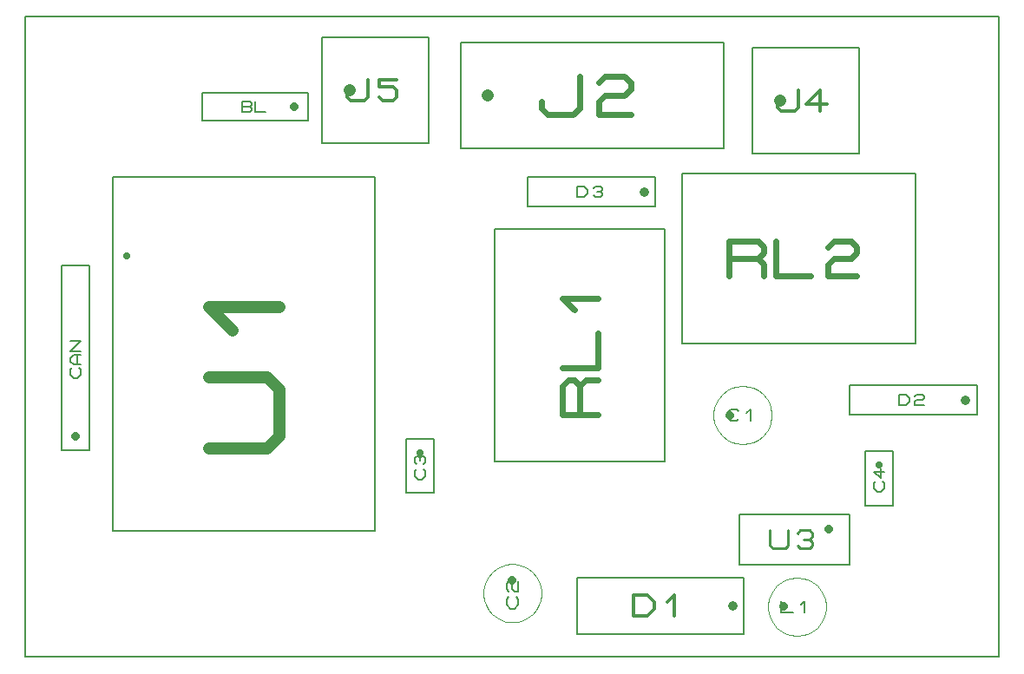
<source format=gbr>
G04 PROTEUS GERBER X2 FILE*
%TF.GenerationSoftware,Labcenter,Proteus,8.9-SP2-Build28501*%
%TF.CreationDate,2023-07-27T06:52:36+00:00*%
%TF.FileFunction,AssemblyDrawing,Top*%
%TF.FilePolarity,Positive*%
%TF.Part,Single*%
%TF.SameCoordinates,{a6dc1c72-05ea-40b1-9d21-e55aeb3cbc9d}*%
%FSLAX45Y45*%
%MOMM*%
G01*
%TA.AperFunction,Profile*%
%ADD20C,0.203200*%
%TA.AperFunction,Material*%
%ADD23C,0.203200*%
%ADD35C,0.711200*%
%ADD36C,1.149770*%
%ADD37C,0.567580*%
%ADD38C,1.219200*%
%ADD39C,0.621790*%
%ADD40C,0.050800*%
%ADD41C,0.812800*%
%ADD42C,0.191010*%
%ADD43C,0.808000*%
%ADD44C,0.294000*%
%ADD45C,0.164590*%
%ADD46C,0.914400*%
%ADD47C,0.332230*%
%ADD48C,0.172210*%
%ADD49C,0.345440*%
%TD.AperFunction*%
D20*
X+0Y-6250000D02*
X+9500000Y-6250000D01*
X+9500000Y+0D01*
X+0Y+0D01*
X+0Y-6250000D01*
D23*
X+852840Y-5017160D02*
X+3413160Y-5017160D01*
X+3413160Y-1567840D01*
X+852840Y-1567840D01*
X+852840Y-5017160D01*
D35*
X+990000Y-2340000D02*
X+990000Y-2340000D01*
D36*
X+1788068Y-4212318D02*
X+2362955Y-4212318D01*
X+2477932Y-4097341D01*
X+2477932Y-3637432D01*
X+2362955Y-3522455D01*
X+1788068Y-3522455D01*
X+2018023Y-3062546D02*
X+1788068Y-2832591D01*
X+2477932Y-2832591D01*
D23*
X+6409840Y-3191160D02*
X+8680160Y-3191160D01*
X+8680160Y-1530840D01*
X+6409840Y-1530840D01*
X+6409840Y-3191160D01*
D37*
X+6863904Y-2531274D02*
X+6863904Y-2190726D01*
X+7147694Y-2190726D01*
X+7204452Y-2247484D01*
X+7204452Y-2304242D01*
X+7147694Y-2361000D01*
X+6863904Y-2361000D01*
X+7147694Y-2361000D02*
X+7204452Y-2417758D01*
X+7204452Y-2531274D01*
X+7317968Y-2190726D02*
X+7317968Y-2531274D01*
X+7658516Y-2531274D01*
X+7828790Y-2247484D02*
X+7885548Y-2190726D01*
X+8055822Y-2190726D01*
X+8112580Y-2247484D01*
X+8112580Y-2304242D01*
X+8055822Y-2361000D01*
X+7885548Y-2361000D01*
X+7828790Y-2417758D01*
X+7828790Y-2531274D01*
X+8112580Y-2531274D01*
D23*
X+4249840Y-1288160D02*
X+6810160Y-1288160D01*
X+6810160Y-251840D01*
X+4249840Y-251840D01*
X+4249840Y-1288160D01*
D38*
X+4514000Y-770000D02*
X+4514000Y-770000D01*
D39*
X+5032567Y-832180D02*
X+5032567Y-894359D01*
X+5094746Y-956538D01*
X+5343462Y-956538D01*
X+5405641Y-894359D01*
X+5405641Y-583463D01*
X+5592179Y-645642D02*
X+5654358Y-583463D01*
X+5840895Y-583463D01*
X+5903074Y-645642D01*
X+5903074Y-707821D01*
X+5840895Y-770000D01*
X+5654358Y-770000D01*
X+5592179Y-832180D01*
X+5592179Y-956538D01*
X+5903074Y-956538D01*
D40*
X+7811900Y-5760000D02*
X+7810982Y-5737186D01*
X+7803529Y-5691557D01*
X+7787982Y-5645928D01*
X+7762740Y-5600299D01*
X+7724198Y-5554769D01*
X+7678569Y-5519273D01*
X+7632940Y-5496153D01*
X+7587311Y-5482300D01*
X+7541682Y-5476354D01*
X+7527920Y-5476020D01*
X+7243940Y-5760000D02*
X+7244858Y-5737186D01*
X+7252311Y-5691557D01*
X+7267858Y-5645928D01*
X+7293100Y-5600299D01*
X+7331642Y-5554769D01*
X+7377271Y-5519273D01*
X+7422900Y-5496153D01*
X+7468529Y-5482300D01*
X+7514158Y-5476354D01*
X+7527920Y-5476020D01*
X+7243940Y-5760000D02*
X+7244858Y-5782814D01*
X+7252311Y-5828443D01*
X+7267858Y-5874072D01*
X+7293100Y-5919701D01*
X+7331642Y-5965231D01*
X+7377271Y-6000727D01*
X+7422900Y-6023847D01*
X+7468529Y-6037700D01*
X+7514158Y-6043646D01*
X+7527920Y-6043980D01*
X+7811900Y-5760000D02*
X+7810982Y-5782814D01*
X+7803529Y-5828443D01*
X+7787982Y-5874072D01*
X+7762740Y-5919701D01*
X+7724198Y-5965231D01*
X+7678569Y-6000727D01*
X+7632940Y-6023847D01*
X+7587311Y-6037700D01*
X+7541682Y-6043646D01*
X+7527920Y-6043980D01*
D41*
X+7400000Y-5760000D02*
X+7400000Y-5760000D01*
D42*
X+7375110Y-5702696D02*
X+7375110Y-5817304D01*
X+7489717Y-5817304D01*
X+7566122Y-5740899D02*
X+7604325Y-5702696D01*
X+7604325Y-5817304D01*
D23*
X+6963000Y-5348000D02*
X+8037000Y-5348000D01*
X+8037000Y-4858000D01*
X+6963000Y-4858000D01*
X+6963000Y-5348000D01*
D43*
X+7840000Y-5000000D02*
X+7840000Y-5000000D01*
D44*
X+7264800Y-5014800D02*
X+7264800Y-5161800D01*
X+7294200Y-5191200D01*
X+7411800Y-5191200D01*
X+7441200Y-5161800D01*
X+7441200Y-5014800D01*
X+7529400Y-5044200D02*
X+7558800Y-5014800D01*
X+7647000Y-5014800D01*
X+7676400Y-5044200D01*
X+7676400Y-5073600D01*
X+7647000Y-5103000D01*
X+7676400Y-5132400D01*
X+7676400Y-5161800D01*
X+7647000Y-5191200D01*
X+7558800Y-5191200D01*
X+7529400Y-5161800D01*
X+7588200Y-5103000D02*
X+7647000Y-5103000D01*
D40*
X+7281900Y-3890000D02*
X+7280982Y-3867186D01*
X+7273529Y-3821557D01*
X+7257982Y-3775928D01*
X+7232740Y-3730299D01*
X+7194198Y-3684769D01*
X+7148569Y-3649273D01*
X+7102940Y-3626153D01*
X+7057311Y-3612300D01*
X+7011682Y-3606354D01*
X+6997920Y-3606020D01*
X+6713940Y-3890000D02*
X+6714858Y-3867186D01*
X+6722311Y-3821557D01*
X+6737858Y-3775928D01*
X+6763100Y-3730299D01*
X+6801642Y-3684769D01*
X+6847271Y-3649273D01*
X+6892900Y-3626153D01*
X+6938529Y-3612300D01*
X+6984158Y-3606354D01*
X+6997920Y-3606020D01*
X+6713940Y-3890000D02*
X+6714858Y-3912814D01*
X+6722311Y-3958443D01*
X+6737858Y-4004072D01*
X+6763100Y-4049701D01*
X+6801642Y-4095231D01*
X+6847271Y-4130727D01*
X+6892900Y-4153847D01*
X+6938529Y-4167700D01*
X+6984158Y-4173646D01*
X+6997920Y-4173980D01*
X+7281900Y-3890000D02*
X+7280982Y-3912814D01*
X+7273529Y-3958443D01*
X+7257982Y-4004072D01*
X+7232740Y-4049701D01*
X+7194198Y-4095231D01*
X+7148569Y-4130727D01*
X+7102940Y-4153847D01*
X+7057311Y-4167700D01*
X+7011682Y-4173646D01*
X+6997920Y-4173980D01*
D41*
X+6870000Y-3890000D02*
X+6870000Y-3890000D01*
D42*
X+6959717Y-3928203D02*
X+6940616Y-3947304D01*
X+6883312Y-3947304D01*
X+6845110Y-3909101D01*
X+6845110Y-3870899D01*
X+6883312Y-3832696D01*
X+6940616Y-3832696D01*
X+6959717Y-3851797D01*
X+7036122Y-3870899D02*
X+7074325Y-3832696D01*
X+7074325Y-3947304D01*
D40*
X+5033980Y-5627920D02*
X+5033062Y-5605106D01*
X+5025609Y-5559477D01*
X+5010062Y-5513848D01*
X+4984820Y-5468219D01*
X+4946278Y-5422689D01*
X+4900649Y-5387193D01*
X+4855020Y-5364073D01*
X+4809391Y-5350220D01*
X+4763762Y-5344274D01*
X+4750000Y-5343940D01*
X+4466020Y-5627920D02*
X+4466938Y-5605106D01*
X+4474391Y-5559477D01*
X+4489938Y-5513848D01*
X+4515180Y-5468219D01*
X+4553722Y-5422689D01*
X+4599351Y-5387193D01*
X+4644980Y-5364073D01*
X+4690609Y-5350220D01*
X+4736238Y-5344274D01*
X+4750000Y-5343940D01*
X+4466020Y-5627920D02*
X+4466938Y-5650734D01*
X+4474391Y-5696363D01*
X+4489938Y-5741992D01*
X+4515180Y-5787621D01*
X+4553722Y-5833151D01*
X+4599351Y-5868647D01*
X+4644980Y-5891767D01*
X+4690609Y-5905620D01*
X+4736238Y-5911566D01*
X+4750000Y-5911900D01*
X+5033980Y-5627920D02*
X+5033062Y-5650734D01*
X+5025609Y-5696363D01*
X+5010062Y-5741992D01*
X+4984820Y-5787621D01*
X+4946278Y-5833151D01*
X+4900649Y-5868647D01*
X+4855020Y-5891767D01*
X+4809391Y-5905620D01*
X+4763762Y-5911566D01*
X+4750000Y-5911900D01*
D41*
X+4750000Y-5500000D02*
X+4750000Y-5500000D01*
D42*
X+4788203Y-5666123D02*
X+4807304Y-5685224D01*
X+4807304Y-5742528D01*
X+4769101Y-5780730D01*
X+4730899Y-5780730D01*
X+4692696Y-5742528D01*
X+4692696Y-5685224D01*
X+4711797Y-5666123D01*
X+4711797Y-5608819D02*
X+4692696Y-5589718D01*
X+4692696Y-5532414D01*
X+4711797Y-5513313D01*
X+4730899Y-5513313D01*
X+4750000Y-5532414D01*
X+4750000Y-5589718D01*
X+4769101Y-5608819D01*
X+4807304Y-5608819D01*
X+4807304Y-5513313D01*
D23*
X+3712142Y-4651160D02*
X+3986462Y-4651160D01*
X+3986462Y-4122840D01*
X+3712142Y-4122840D01*
X+3712142Y-4651160D01*
D35*
X+3849302Y-4260000D02*
X+3849302Y-4260000D01*
D45*
X+3882221Y-4419919D02*
X+3898680Y-4436378D01*
X+3898680Y-4485755D01*
X+3865762Y-4518673D01*
X+3832843Y-4518673D01*
X+3799925Y-4485755D01*
X+3799925Y-4436378D01*
X+3816384Y-4419919D01*
X+3816384Y-4370541D02*
X+3799925Y-4354082D01*
X+3799925Y-4304705D01*
X+3816384Y-4288246D01*
X+3832843Y-4288246D01*
X+3849302Y-4304705D01*
X+3865762Y-4288246D01*
X+3882221Y-4288246D01*
X+3898680Y-4304705D01*
X+3898680Y-4354082D01*
X+3882221Y-4370541D01*
X+3849302Y-4337623D02*
X+3849302Y-4304705D01*
D23*
X+5385700Y-6026860D02*
X+7011300Y-6026860D01*
X+7011300Y-5473140D01*
X+5385700Y-5473140D01*
X+5385700Y-6026860D01*
D46*
X+6897000Y-5750000D02*
X+6897000Y-5750000D01*
D47*
X+5932715Y-5849670D02*
X+5932715Y-5650331D01*
X+6065607Y-5650331D01*
X+6132053Y-5716777D01*
X+6132053Y-5783224D01*
X+6065607Y-5849670D01*
X+5932715Y-5849670D01*
X+6264946Y-5716777D02*
X+6331392Y-5650331D01*
X+6331392Y-5849670D01*
D23*
X+8039700Y-3884780D02*
X+9284300Y-3884780D01*
X+9284300Y-3597760D01*
X+8039700Y-3597760D01*
X+8039700Y-3884780D01*
D46*
X+9170000Y-3740000D02*
X+9170000Y-3740000D01*
D48*
X+8524231Y-3792934D02*
X+8524231Y-3689607D01*
X+8593115Y-3689607D01*
X+8627557Y-3724049D01*
X+8627557Y-3758492D01*
X+8593115Y-3792934D01*
X+8524231Y-3792934D01*
X+8679221Y-3706828D02*
X+8696442Y-3689607D01*
X+8748105Y-3689607D01*
X+8765326Y-3706828D01*
X+8765326Y-3724049D01*
X+8748105Y-3741270D01*
X+8696442Y-3741270D01*
X+8679221Y-3758492D01*
X+8679221Y-3792934D01*
X+8765326Y-3792934D01*
D23*
X+8192840Y-4771160D02*
X+8467160Y-4771160D01*
X+8467160Y-4242840D01*
X+8192840Y-4242840D01*
X+8192840Y-4771160D01*
D35*
X+8330000Y-4380000D02*
X+8330000Y-4380000D01*
D45*
X+8362919Y-4539919D02*
X+8379378Y-4556378D01*
X+8379378Y-4605755D01*
X+8346460Y-4638673D01*
X+8313541Y-4638673D01*
X+8280623Y-4605755D01*
X+8280623Y-4556378D01*
X+8297082Y-4539919D01*
X+8346460Y-4408246D02*
X+8346460Y-4507000D01*
X+8280623Y-4441164D01*
X+8379378Y-4441164D01*
D23*
X+4580840Y-4340160D02*
X+6241160Y-4340160D01*
X+6241160Y-2069840D01*
X+4580840Y-2069840D01*
X+4580840Y-4340160D01*
D37*
X+5581274Y-3886096D02*
X+5240726Y-3886096D01*
X+5240726Y-3602306D01*
X+5297484Y-3545548D01*
X+5354242Y-3545548D01*
X+5411000Y-3602306D01*
X+5411000Y-3886096D01*
X+5411000Y-3602306D02*
X+5467758Y-3545548D01*
X+5581274Y-3545548D01*
X+5240726Y-3432032D02*
X+5581274Y-3432032D01*
X+5581274Y-3091484D01*
X+5354242Y-2864452D02*
X+5240726Y-2750936D01*
X+5581274Y-2750936D01*
D23*
X+4899700Y-1854780D02*
X+6144300Y-1854780D01*
X+6144300Y-1567760D01*
X+4899700Y-1567760D01*
X+4899700Y-1854780D01*
D46*
X+6030000Y-1710000D02*
X+6030000Y-1710000D01*
D48*
X+5384231Y-1762934D02*
X+5384231Y-1659607D01*
X+5453115Y-1659607D01*
X+5487557Y-1694049D01*
X+5487557Y-1728492D01*
X+5453115Y-1762934D01*
X+5384231Y-1762934D01*
X+5539221Y-1676828D02*
X+5556442Y-1659607D01*
X+5608105Y-1659607D01*
X+5625326Y-1676828D01*
X+5625326Y-1694049D01*
X+5608105Y-1711270D01*
X+5625326Y-1728492D01*
X+5625326Y-1745713D01*
X+5608105Y-1762934D01*
X+5556442Y-1762934D01*
X+5539221Y-1745713D01*
X+5573663Y-1711270D02*
X+5608105Y-1711270D01*
D23*
X+1724840Y-1017160D02*
X+2761160Y-1017160D01*
X+2761160Y-742840D01*
X+1724840Y-742840D01*
X+1724840Y-1017160D01*
D41*
X+2624000Y-880000D02*
X+2624000Y-880000D01*
D45*
X+2111327Y-929378D02*
X+2111327Y-830623D01*
X+2193622Y-830623D01*
X+2210081Y-847082D01*
X+2210081Y-863541D01*
X+2193622Y-880000D01*
X+2210081Y-896460D01*
X+2210081Y-912919D01*
X+2193622Y-929378D01*
X+2111327Y-929378D01*
X+2111327Y-880000D02*
X+2193622Y-880000D01*
X+2243000Y-830623D02*
X+2243000Y-929378D01*
X+2341754Y-929378D01*
D23*
X+352840Y-4231160D02*
X+627160Y-4231160D01*
X+627160Y-2432840D01*
X+352840Y-2432840D01*
X+352840Y-4231160D01*
D41*
X+490000Y-4094000D02*
X+490000Y-4094000D01*
D45*
X+522919Y-3430755D02*
X+539378Y-3447214D01*
X+539378Y-3496591D01*
X+506460Y-3529509D01*
X+473541Y-3529509D01*
X+440623Y-3496591D01*
X+440623Y-3447214D01*
X+457082Y-3430755D01*
X+539378Y-3397836D02*
X+473541Y-3397836D01*
X+440623Y-3364918D01*
X+440623Y-3332000D01*
X+473541Y-3299082D01*
X+539378Y-3299082D01*
X+506460Y-3397836D02*
X+506460Y-3299082D01*
X+539378Y-3266163D02*
X+440623Y-3266163D01*
X+539378Y-3167409D01*
X+440623Y-3167409D01*
D23*
X+7095840Y-1338160D02*
X+8132160Y-1338160D01*
X+8132160Y-301840D01*
X+7095840Y-301840D01*
X+7095840Y-1338160D01*
D38*
X+7360000Y-820000D02*
X+7360000Y-820000D01*
D49*
X+7337648Y-854544D02*
X+7337648Y-889088D01*
X+7372192Y-923632D01*
X+7510368Y-923632D01*
X+7544912Y-889088D01*
X+7544912Y-716368D01*
X+7821264Y-854544D02*
X+7614000Y-854544D01*
X+7752176Y-716368D01*
X+7752176Y-923632D01*
D23*
X+2895840Y-1238160D02*
X+3932160Y-1238160D01*
X+3932160Y-201840D01*
X+2895840Y-201840D01*
X+2895840Y-1238160D01*
D38*
X+3160000Y-720000D02*
X+3160000Y-720000D01*
D49*
X+3137648Y-754544D02*
X+3137648Y-789088D01*
X+3172192Y-823632D01*
X+3310368Y-823632D01*
X+3344912Y-789088D01*
X+3344912Y-616368D01*
X+3621264Y-616368D02*
X+3448544Y-616368D01*
X+3448544Y-685456D01*
X+3586720Y-685456D01*
X+3621264Y-720000D01*
X+3621264Y-789088D01*
X+3586720Y-823632D01*
X+3483088Y-823632D01*
X+3448544Y-789088D01*
M02*

</source>
